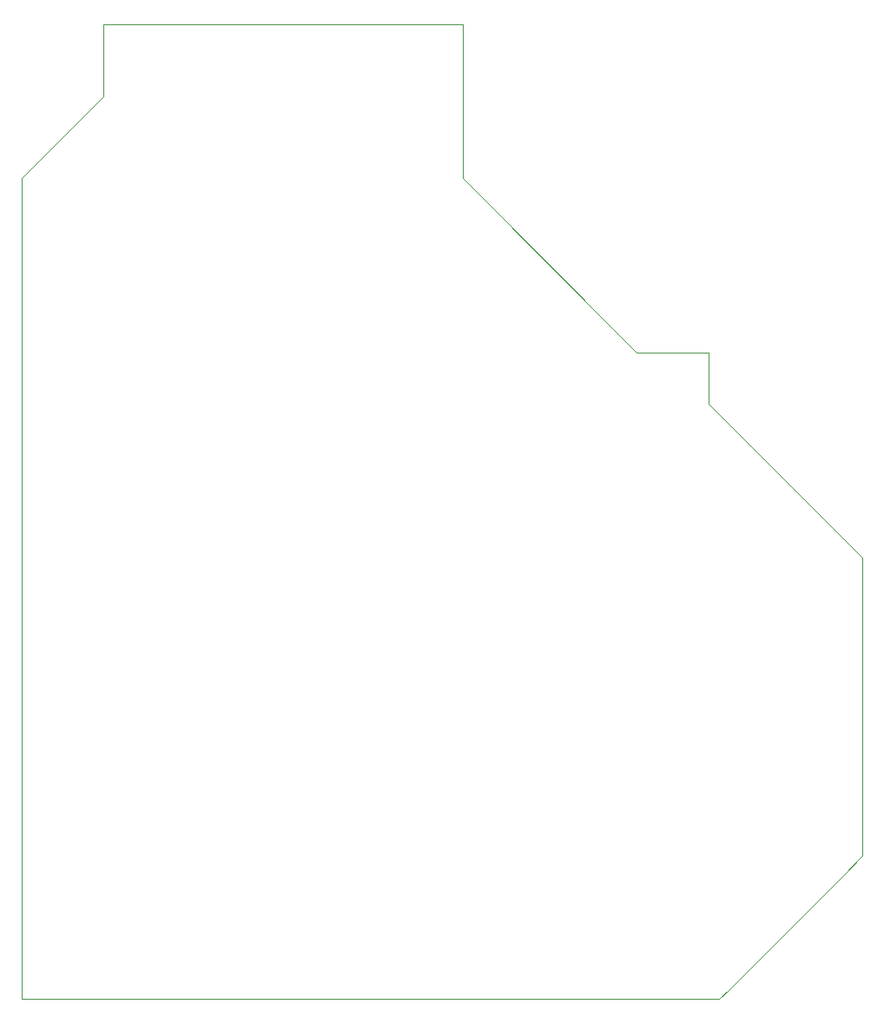
<source format=gko>
G04 (created by PCBNEW (2013-07-07 BZR 4022)-stable) date 05/09/2014 18:07:36*
%MOIN*%
G04 Gerber Fmt 3.4, Leading zero omitted, Abs format*
%FSLAX34Y34*%
G01*
G70*
G90*
G04 APERTURE LIST*
%ADD10C,0.00590551*%
%ADD11C,0.00393701*%
G04 APERTURE END LIST*
G54D10*
G54D11*
X38582Y-25984D02*
X38582Y-23228D01*
X35433Y-29133D02*
X38582Y-25984D01*
X35433Y-60629D02*
X35433Y-29133D01*
X62204Y-60629D02*
X35433Y-60629D01*
X62598Y-60236D02*
X62204Y-60629D01*
X66929Y-55905D02*
X62598Y-60236D01*
X67716Y-55118D02*
X66929Y-55905D01*
X67716Y-43700D02*
X67716Y-55118D01*
X61811Y-37795D02*
X67716Y-43700D01*
X61811Y-35826D02*
X61811Y-37795D01*
X59055Y-35826D02*
X61811Y-35826D01*
X52362Y-29133D02*
X59055Y-35826D01*
X52362Y-23228D02*
X52362Y-29133D01*
X38582Y-23228D02*
X52362Y-23228D01*
M02*

</source>
